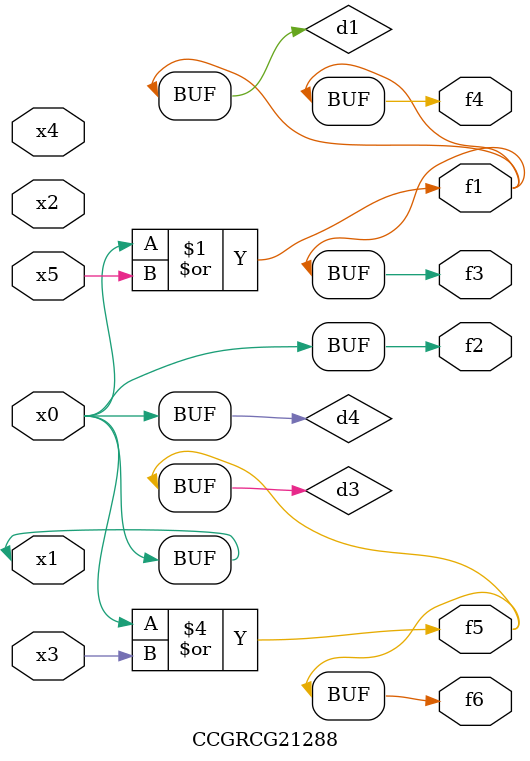
<source format=v>
module CCGRCG21288(
	input x0, x1, x2, x3, x4, x5,
	output f1, f2, f3, f4, f5, f6
);

	wire d1, d2, d3, d4;

	or (d1, x0, x5);
	xnor (d2, x1, x4);
	or (d3, x0, x3);
	buf (d4, x0, x1);
	assign f1 = d1;
	assign f2 = d4;
	assign f3 = d1;
	assign f4 = d1;
	assign f5 = d3;
	assign f6 = d3;
endmodule

</source>
